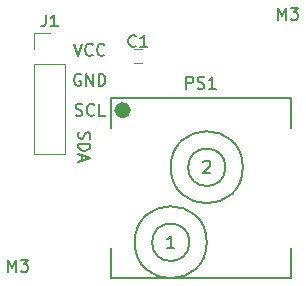
<source format=gto>
G04 #@! TF.FileFunction,Legend,Top*
%FSLAX46Y46*%
G04 Gerber Fmt 4.6, Leading zero omitted, Abs format (unit mm)*
G04 Created by KiCad (PCBNEW 4.0.6) date Fri Jul 21 16:01:30 2017*
%MOMM*%
%LPD*%
G01*
G04 APERTURE LIST*
%ADD10C,0.100000*%
%ADD11C,0.200000*%
%ADD12C,0.120000*%
%ADD13C,0.150000*%
%ADD14C,0.700000*%
G04 APERTURE END LIST*
D10*
D11*
X65889238Y-42219714D02*
X65841619Y-42362571D01*
X65841619Y-42600667D01*
X65889238Y-42695905D01*
X65936857Y-42743524D01*
X66032095Y-42791143D01*
X66127333Y-42791143D01*
X66222571Y-42743524D01*
X66270190Y-42695905D01*
X66317810Y-42600667D01*
X66365429Y-42410190D01*
X66413048Y-42314952D01*
X66460667Y-42267333D01*
X66555905Y-42219714D01*
X66651143Y-42219714D01*
X66746381Y-42267333D01*
X66794000Y-42314952D01*
X66841619Y-42410190D01*
X66841619Y-42648286D01*
X66794000Y-42791143D01*
X65841619Y-43219714D02*
X66841619Y-43219714D01*
X66841619Y-43457809D01*
X66794000Y-43600667D01*
X66698762Y-43695905D01*
X66603524Y-43743524D01*
X66413048Y-43791143D01*
X66270190Y-43791143D01*
X66079714Y-43743524D01*
X65984476Y-43695905D01*
X65889238Y-43600667D01*
X65841619Y-43457809D01*
X65841619Y-43219714D01*
X66127333Y-44172095D02*
X66127333Y-44648286D01*
X65841619Y-44076857D02*
X66841619Y-44410190D01*
X65841619Y-44743524D01*
X65611524Y-40790762D02*
X65754381Y-40838381D01*
X65992477Y-40838381D01*
X66087715Y-40790762D01*
X66135334Y-40743143D01*
X66182953Y-40647905D01*
X66182953Y-40552667D01*
X66135334Y-40457429D01*
X66087715Y-40409810D01*
X65992477Y-40362190D01*
X65802000Y-40314571D01*
X65706762Y-40266952D01*
X65659143Y-40219333D01*
X65611524Y-40124095D01*
X65611524Y-40028857D01*
X65659143Y-39933619D01*
X65706762Y-39886000D01*
X65802000Y-39838381D01*
X66040096Y-39838381D01*
X66182953Y-39886000D01*
X67182953Y-40743143D02*
X67135334Y-40790762D01*
X66992477Y-40838381D01*
X66897239Y-40838381D01*
X66754381Y-40790762D01*
X66659143Y-40695524D01*
X66611524Y-40600286D01*
X66563905Y-40409810D01*
X66563905Y-40266952D01*
X66611524Y-40076476D01*
X66659143Y-39981238D01*
X66754381Y-39886000D01*
X66897239Y-39838381D01*
X66992477Y-39838381D01*
X67135334Y-39886000D01*
X67182953Y-39933619D01*
X68087715Y-40838381D02*
X67611524Y-40838381D01*
X67611524Y-39838381D01*
X66040096Y-37346000D02*
X65944858Y-37298381D01*
X65802001Y-37298381D01*
X65659143Y-37346000D01*
X65563905Y-37441238D01*
X65516286Y-37536476D01*
X65468667Y-37726952D01*
X65468667Y-37869810D01*
X65516286Y-38060286D01*
X65563905Y-38155524D01*
X65659143Y-38250762D01*
X65802001Y-38298381D01*
X65897239Y-38298381D01*
X66040096Y-38250762D01*
X66087715Y-38203143D01*
X66087715Y-37869810D01*
X65897239Y-37869810D01*
X66516286Y-38298381D02*
X66516286Y-37298381D01*
X67087715Y-38298381D01*
X67087715Y-37298381D01*
X67563905Y-38298381D02*
X67563905Y-37298381D01*
X67802000Y-37298381D01*
X67944858Y-37346000D01*
X68040096Y-37441238D01*
X68087715Y-37536476D01*
X68135334Y-37726952D01*
X68135334Y-37869810D01*
X68087715Y-38060286D01*
X68040096Y-38155524D01*
X67944858Y-38250762D01*
X67802000Y-38298381D01*
X67563905Y-38298381D01*
X65468667Y-34758381D02*
X65802000Y-35758381D01*
X66135334Y-34758381D01*
X67040096Y-35663143D02*
X66992477Y-35710762D01*
X66849620Y-35758381D01*
X66754382Y-35758381D01*
X66611524Y-35710762D01*
X66516286Y-35615524D01*
X66468667Y-35520286D01*
X66421048Y-35329810D01*
X66421048Y-35186952D01*
X66468667Y-34996476D01*
X66516286Y-34901238D01*
X66611524Y-34806000D01*
X66754382Y-34758381D01*
X66849620Y-34758381D01*
X66992477Y-34806000D01*
X67040096Y-34853619D01*
X68040096Y-35663143D02*
X67992477Y-35710762D01*
X67849620Y-35758381D01*
X67754382Y-35758381D01*
X67611524Y-35710762D01*
X67516286Y-35615524D01*
X67468667Y-35520286D01*
X67421048Y-35329810D01*
X67421048Y-35186952D01*
X67468667Y-34996476D01*
X67516286Y-34901238D01*
X67611524Y-34806000D01*
X67754382Y-34758381D01*
X67849620Y-34758381D01*
X67992477Y-34806000D01*
X68040096Y-34853619D01*
D12*
X62081100Y-36423600D02*
X62081100Y-44103600D01*
X62081100Y-44103600D02*
X64741100Y-44103600D01*
X64741100Y-44103600D02*
X64741100Y-36423600D01*
X64741100Y-36423600D02*
X62081100Y-36423600D01*
X62081100Y-35153600D02*
X62081100Y-33823600D01*
X62081100Y-33823600D02*
X63411100Y-33823600D01*
D13*
X68580000Y-54610000D02*
X68580000Y-52070000D01*
X68580000Y-39370000D02*
X68580000Y-41910000D01*
X83820000Y-54610000D02*
X83820000Y-52070000D01*
X83820000Y-39370000D02*
X83820000Y-41910000D01*
D14*
X69933553Y-40370000D02*
G75*
G03X69933553Y-40370000I-353553J0D01*
G01*
D13*
X75247500Y-51560000D02*
G75*
G03X75247500Y-51560000I-1587500J0D01*
G01*
X78297500Y-45210000D02*
G75*
G03X78297500Y-45210000I-1587500J0D01*
G01*
X76710000Y-51560000D02*
G75*
G03X76710000Y-51560000I-3050000J0D01*
G01*
X68580000Y-54610000D02*
X83820000Y-54610000D01*
X68580000Y-39370000D02*
X83820000Y-39370000D01*
X79760000Y-45210000D02*
G75*
G03X79760000Y-45210000I-3050000J0D01*
G01*
D12*
X70516000Y-35214000D02*
X71216000Y-35214000D01*
X71216000Y-36414000D02*
X70516000Y-36414000D01*
D13*
X63077767Y-32275981D02*
X63077767Y-32990267D01*
X63030147Y-33133124D01*
X62934909Y-33228362D01*
X62792052Y-33275981D01*
X62696814Y-33275981D01*
X64077767Y-33275981D02*
X63506338Y-33275981D01*
X63792052Y-33275981D02*
X63792052Y-32275981D01*
X63696814Y-32418838D01*
X63601576Y-32514076D01*
X63506338Y-32561695D01*
X59896476Y-54046381D02*
X59896476Y-53046381D01*
X60229810Y-53760667D01*
X60563143Y-53046381D01*
X60563143Y-54046381D01*
X60944095Y-53046381D02*
X61563143Y-53046381D01*
X61229809Y-53427333D01*
X61372667Y-53427333D01*
X61467905Y-53474952D01*
X61515524Y-53522571D01*
X61563143Y-53617810D01*
X61563143Y-53855905D01*
X61515524Y-53951143D01*
X61467905Y-53998762D01*
X61372667Y-54046381D01*
X61086952Y-54046381D01*
X60991714Y-53998762D01*
X60944095Y-53951143D01*
X82756476Y-32710381D02*
X82756476Y-31710381D01*
X83089810Y-32424667D01*
X83423143Y-31710381D01*
X83423143Y-32710381D01*
X83804095Y-31710381D02*
X84423143Y-31710381D01*
X84089809Y-32091333D01*
X84232667Y-32091333D01*
X84327905Y-32138952D01*
X84375524Y-32186571D01*
X84423143Y-32281810D01*
X84423143Y-32519905D01*
X84375524Y-32615143D01*
X84327905Y-32662762D01*
X84232667Y-32710381D01*
X83946952Y-32710381D01*
X83851714Y-32662762D01*
X83804095Y-32615143D01*
X74985714Y-38552381D02*
X74985714Y-37552381D01*
X75366667Y-37552381D01*
X75461905Y-37600000D01*
X75509524Y-37647619D01*
X75557143Y-37742857D01*
X75557143Y-37885714D01*
X75509524Y-37980952D01*
X75461905Y-38028571D01*
X75366667Y-38076190D01*
X74985714Y-38076190D01*
X75938095Y-38504762D02*
X76080952Y-38552381D01*
X76319048Y-38552381D01*
X76414286Y-38504762D01*
X76461905Y-38457143D01*
X76509524Y-38361905D01*
X76509524Y-38266667D01*
X76461905Y-38171429D01*
X76414286Y-38123810D01*
X76319048Y-38076190D01*
X76128571Y-38028571D01*
X76033333Y-37980952D01*
X75985714Y-37933333D01*
X75938095Y-37838095D01*
X75938095Y-37742857D01*
X75985714Y-37647619D01*
X76033333Y-37600000D01*
X76128571Y-37552381D01*
X76366667Y-37552381D01*
X76509524Y-37600000D01*
X77461905Y-38552381D02*
X76890476Y-38552381D01*
X77176190Y-38552381D02*
X77176190Y-37552381D01*
X77080952Y-37695238D01*
X76985714Y-37790476D01*
X76890476Y-37838095D01*
X76424286Y-44757619D02*
X76471905Y-44710000D01*
X76567143Y-44662381D01*
X76805239Y-44662381D01*
X76900477Y-44710000D01*
X76948096Y-44757619D01*
X76995715Y-44852857D01*
X76995715Y-44948095D01*
X76948096Y-45090952D01*
X76376667Y-45662381D01*
X76995715Y-45662381D01*
X73945715Y-52012381D02*
X73374286Y-52012381D01*
X73660000Y-52012381D02*
X73660000Y-51012381D01*
X73564762Y-51155238D01*
X73469524Y-51250476D01*
X73374286Y-51298095D01*
X70699334Y-34921143D02*
X70651715Y-34968762D01*
X70508858Y-35016381D01*
X70413620Y-35016381D01*
X70270762Y-34968762D01*
X70175524Y-34873524D01*
X70127905Y-34778286D01*
X70080286Y-34587810D01*
X70080286Y-34444952D01*
X70127905Y-34254476D01*
X70175524Y-34159238D01*
X70270762Y-34064000D01*
X70413620Y-34016381D01*
X70508858Y-34016381D01*
X70651715Y-34064000D01*
X70699334Y-34111619D01*
X71651715Y-35016381D02*
X71080286Y-35016381D01*
X71366000Y-35016381D02*
X71366000Y-34016381D01*
X71270762Y-34159238D01*
X71175524Y-34254476D01*
X71080286Y-34302095D01*
M02*

</source>
